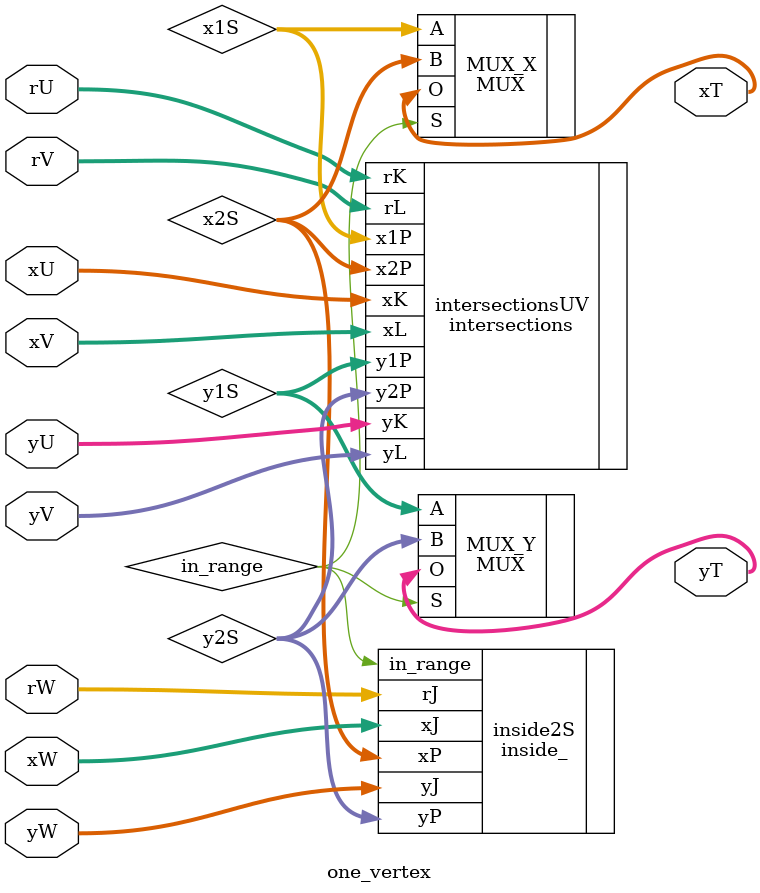
<source format=v>
`timescale 1ns / 1ps

module one_vertex #(parameter N = 8)(
	input	signed	[N-1:0]	xU, yU, xV, yV, xW, yW,
	input	signed	[N:0]	rU, rV, rW,
	output	signed	[N+1:0]	xT, yT   
);

	wire	signed	[N+1:0]	x1S, y1S, x2S, y2S;

	intersections #(.N(N)) intersectionsUV(
		.xK(xU),
		.yK(yU),
		.xL(xV),
		.yL(yV),
		.rK(rU),
		.rL(rV),
		.x1P(x1S),
		.y1P(y1S),
		.x2P(x2S),
		.y2P(y2S)
	);
	
	wire in_range;
	
	inside_ #(.N(N)) inside2S(
		.xP(x2S),
		.yP(y2S),
		.xJ(xW),
		.yJ(yW),
		.rJ(rW),
		.in_range(in_range)
	);
	
	MUX #(.N(N+2)) MUX_X(
		.A(x1S),
		.B(x2S),
		.S(in_range),
		.O(xT)
	);
	
	MUX #(.N(N+2)) MUX_Y(
		.A(y1S),
		.B(y2S),
		.S(in_range),
		.O(yT)
	);
	
endmodule 
</source>
